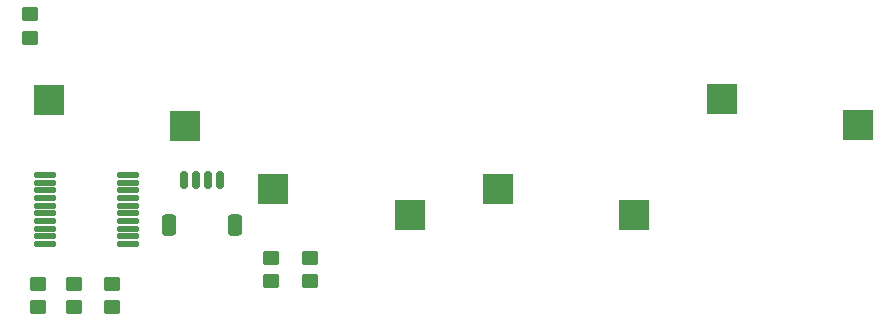
<source format=gbr>
%TF.GenerationSoftware,KiCad,Pcbnew,9.0.0*%
%TF.CreationDate,2025-05-10T10:01:20-07:00*%
%TF.ProjectId,c7k-left-hand,63376b2d-6c65-4667-942d-68616e642e6b,rev?*%
%TF.SameCoordinates,Original*%
%TF.FileFunction,Paste,Bot*%
%TF.FilePolarity,Positive*%
%FSLAX46Y46*%
G04 Gerber Fmt 4.6, Leading zero omitted, Abs format (unit mm)*
G04 Created by KiCad (PCBNEW 9.0.0) date 2025-05-10 10:01:20*
%MOMM*%
%LPD*%
G01*
G04 APERTURE LIST*
G04 Aperture macros list*
%AMRoundRect*
0 Rectangle with rounded corners*
0 $1 Rounding radius*
0 $2 $3 $4 $5 $6 $7 $8 $9 X,Y pos of 4 corners*
0 Add a 4 corners polygon primitive as box body*
4,1,4,$2,$3,$4,$5,$6,$7,$8,$9,$2,$3,0*
0 Add four circle primitives for the rounded corners*
1,1,$1+$1,$2,$3*
1,1,$1+$1,$4,$5*
1,1,$1+$1,$6,$7*
1,1,$1+$1,$8,$9*
0 Add four rect primitives between the rounded corners*
20,1,$1+$1,$2,$3,$4,$5,0*
20,1,$1+$1,$4,$5,$6,$7,0*
20,1,$1+$1,$6,$7,$8,$9,0*
20,1,$1+$1,$8,$9,$2,$3,0*%
G04 Aperture macros list end*
%ADD10R,2.600000X2.600000*%
%ADD11RoundRect,0.250000X0.450000X-0.350000X0.450000X0.350000X-0.450000X0.350000X-0.450000X-0.350000X0*%
%ADD12RoundRect,0.125000X0.825000X0.125000X-0.825000X0.125000X-0.825000X-0.125000X0.825000X-0.125000X0*%
%ADD13RoundRect,0.250000X-0.450000X0.350000X-0.450000X-0.350000X0.450000X-0.350000X0.450000X0.350000X0*%
%ADD14RoundRect,0.150000X0.150000X0.625000X-0.150000X0.625000X-0.150000X-0.625000X0.150000X-0.625000X0*%
%ADD15RoundRect,0.250000X0.350000X0.650000X-0.350000X0.650000X-0.350000X-0.650000X0.350000X-0.650000X0*%
G04 APERTURE END LIST*
D10*
%TO.C,SW0*%
X182275000Y-83950000D03*
X170725000Y-81750000D03*
%TD*%
%TO.C,SW2*%
X220275000Y-91500000D03*
X208725000Y-89300000D03*
%TD*%
%TO.C,SW3*%
X239275000Y-83850000D03*
X227725000Y-81650000D03*
%TD*%
%TO.C,SW1*%
X201275000Y-91500000D03*
X189725000Y-89300000D03*
%TD*%
D11*
%TO.C,R1*%
X172900000Y-99300000D03*
X172900000Y-97300000D03*
%TD*%
D12*
%TO.C,U1*%
X177400000Y-88100000D03*
X177400000Y-88750000D03*
X177400000Y-89400000D03*
X177400000Y-90050000D03*
X177400000Y-90700000D03*
X177400000Y-91350000D03*
X177400000Y-92000000D03*
X177400000Y-92650000D03*
X177400000Y-93300000D03*
X177400000Y-93950000D03*
X170400000Y-93950000D03*
X170400000Y-93300000D03*
X170400000Y-92650000D03*
X170400000Y-92000000D03*
X170400000Y-91350000D03*
X170400000Y-90700000D03*
X170400000Y-90050000D03*
X170400000Y-89400000D03*
X170400000Y-88750000D03*
X170400000Y-88100000D03*
%TD*%
D11*
%TO.C,R3*%
X189500000Y-97100000D03*
X189500000Y-95100000D03*
%TD*%
%TO.C,R4*%
X176100000Y-99300000D03*
X176100000Y-97300000D03*
%TD*%
D13*
%TO.C,R6*%
X169100000Y-74500000D03*
X169100000Y-76500000D03*
%TD*%
D14*
%TO.C,J1*%
X185200000Y-88500000D03*
X184200000Y-88500000D03*
X183200000Y-88500000D03*
X182200000Y-88500000D03*
D15*
X186500000Y-92375000D03*
X180900000Y-92375000D03*
%TD*%
D11*
%TO.C,R5*%
X192800000Y-97100000D03*
X192800000Y-95100000D03*
%TD*%
%TO.C,R2*%
X169800000Y-99300000D03*
X169800000Y-97300000D03*
%TD*%
M02*

</source>
